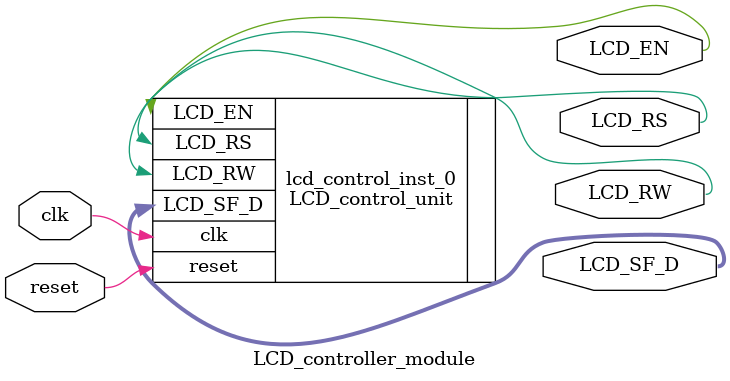
<source format=v>
module LCD_controller_module(
	clk,
	reset,
	LCD_RS,
	LCD_RW,
	LCD_EN,
	LCD_SF_D
);

input clk, reset;
output [3:0] LCD_SF_D;
output LCD_RS, LCD_RW, LCD_EN;

// Module instansiation for LCD control unit
LCD_control_unit lcd_control_inst_0(
	.clk(clk) ,
	.reset(reset) ,
	.LCD_RS(LCD_RS) ,
	.LCD_RW(LCD_RW) ,
	.LCD_EN(LCD_EN) ,
	.LCD_SF_D(LCD_SF_D)
);
endmodule // LCD_controller_module
</source>
